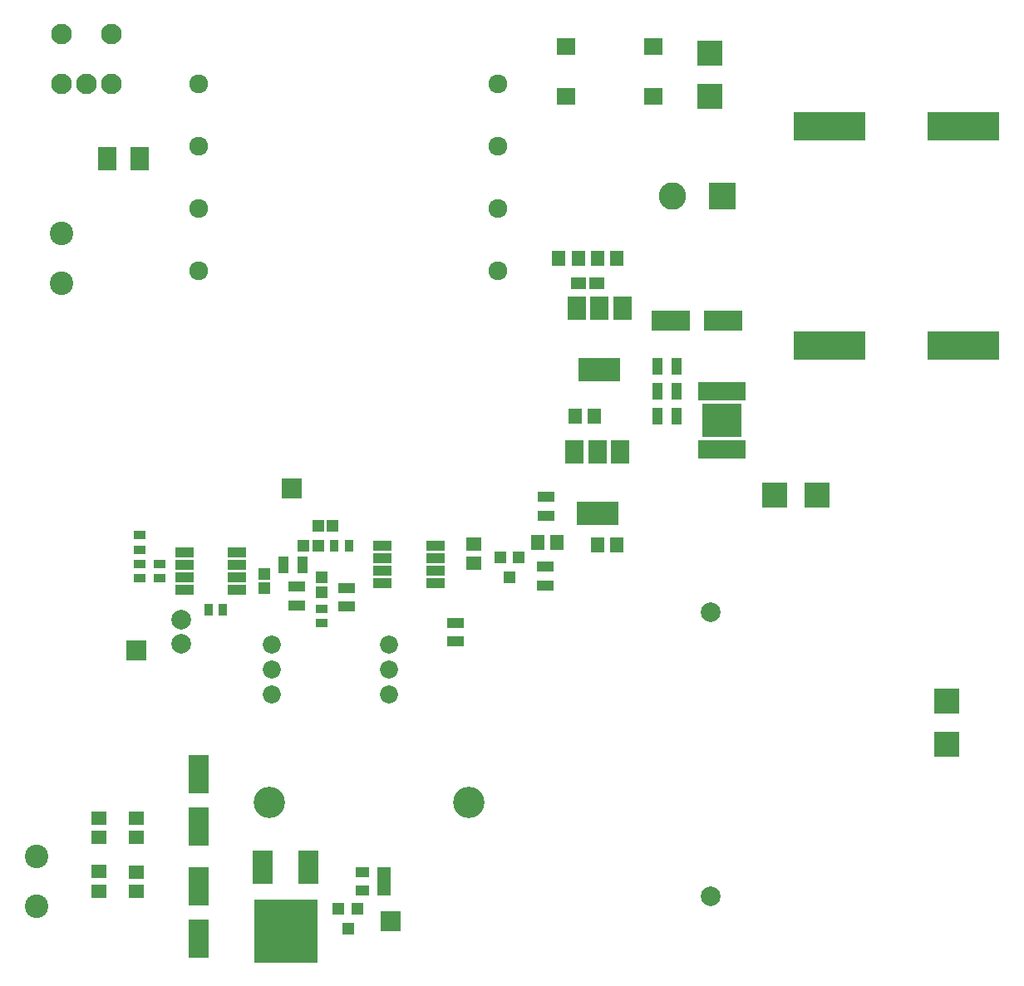
<source format=gts>
G04 #@! TF.FileFunction,Soldermask,Top*
%FSLAX46Y46*%
G04 Gerber Fmt 4.6, Leading zero omitted, Abs format (unit mm)*
G04 Created by KiCad (PCBNEW 4.0.7) date 04/11/19 03:01:07*
%MOMM*%
%LPD*%
G01*
G04 APERTURE LIST*
%ADD10C,0.100000*%
%ADD11C,2.000000*%
%ADD12R,7.400000X2.900000*%
%ADD13R,2.800000X2.800000*%
%ADD14C,2.800000*%
%ADD15R,3.900000X2.000000*%
%ADD16R,1.400000X1.650000*%
%ADD17R,2.000000X3.900000*%
%ADD18R,1.650000X1.400000*%
%ADD19R,1.200000X1.150000*%
%ADD20R,1.150000X1.200000*%
%ADD21R,1.600000X1.150000*%
%ADD22R,2.600000X2.500000*%
%ADD23R,2.000000X3.400000*%
%ADD24C,1.000000*%
%ADD25R,6.400000X6.400000*%
%ADD26R,2.500000X2.600000*%
%ADD27R,1.924000X2.432000*%
%ADD28C,2.400000*%
%ADD29R,1.200000X1.300000*%
%ADD30C,3.200000*%
%ADD31O,3.200000X3.200000*%
%ADD32R,1.700000X1.100000*%
%ADD33R,0.900000X1.300000*%
%ADD34R,1.300000X0.900000*%
%ADD35R,1.100000X1.700000*%
%ADD36C,1.840000*%
%ADD37C,2.100000*%
%ADD38C,1.924000*%
%ADD39R,1.900000X1.700000*%
%ADD40R,4.200000X2.400000*%
%ADD41R,1.900000X2.400000*%
%ADD42R,1.460000X1.050000*%
%ADD43R,1.950000X1.000000*%
%ADD44R,2.200000X1.900000*%
%ADD45R,0.850000X1.850000*%
%ADD46R,2.100000X2.100000*%
G04 APERTURE END LIST*
D10*
D11*
X118237000Y-85598000D03*
X118237000Y-114548000D03*
D12*
X130310000Y-36060000D03*
X144010000Y-36060000D03*
X130310000Y-58420000D03*
X144010000Y-58420000D03*
D13*
X119380000Y-43180000D03*
D14*
X114380000Y-43180000D03*
D15*
X119540000Y-55880000D03*
X114140000Y-55880000D03*
D16*
X104410000Y-65659000D03*
X106410000Y-65659000D03*
X106680000Y-78740000D03*
X108680000Y-78740000D03*
D17*
X66040000Y-113505000D03*
X66040000Y-118905000D03*
X66040000Y-107475000D03*
X66040000Y-102075000D03*
D18*
X59690000Y-112088333D03*
X59690000Y-114088333D03*
X59690000Y-108585000D03*
X59690000Y-106585000D03*
X55880000Y-112030000D03*
X55880000Y-114030000D03*
X55880000Y-108585000D03*
X55880000Y-106585000D03*
D19*
X78232000Y-78867000D03*
X76732000Y-78867000D03*
D20*
X78613000Y-83554000D03*
X78613000Y-82054000D03*
D19*
X79744000Y-76835000D03*
X78244000Y-76835000D03*
D16*
X108696000Y-49530000D03*
X106696000Y-49530000D03*
D21*
X104775000Y-52070000D03*
X106675000Y-52070000D03*
D16*
X104759000Y-49530000D03*
X102759000Y-49530000D03*
X100584000Y-78486000D03*
X102584000Y-78486000D03*
D18*
X94107000Y-78629000D03*
X94107000Y-80629000D03*
D11*
X64262000Y-86360000D03*
X64262000Y-88860000D03*
D20*
X72771000Y-81673000D03*
X72771000Y-83173000D03*
D22*
X118110000Y-33020000D03*
X118110000Y-28620000D03*
D23*
X77230000Y-111610000D03*
D24*
X73660000Y-119380000D03*
X76200000Y-119380000D03*
X76200000Y-116840000D03*
D25*
X74930000Y-118110000D03*
D24*
X73660000Y-116840000D03*
D23*
X72630000Y-111610000D03*
D22*
X142240000Y-94660000D03*
X142240000Y-99060000D03*
D26*
X124714000Y-73660000D03*
X129114000Y-73660000D03*
D27*
X56769000Y-39370000D03*
X60071000Y-39370000D03*
D28*
X52070000Y-46990000D03*
X52070000Y-52070000D03*
D29*
X82230000Y-115840000D03*
X80330000Y-115840000D03*
X81280000Y-117840000D03*
D30*
X73279000Y-105029000D03*
D31*
X93599000Y-105029000D03*
D32*
X81153000Y-83124000D03*
X81153000Y-85024000D03*
X76073000Y-82997000D03*
X76073000Y-84897000D03*
D33*
X79895000Y-78867000D03*
X81395000Y-78867000D03*
D34*
X78613000Y-85229000D03*
X78613000Y-86729000D03*
D32*
X101473000Y-73853000D03*
X101473000Y-75753000D03*
X101346000Y-80965000D03*
X101346000Y-82865000D03*
X92202000Y-88580000D03*
X92202000Y-86680000D03*
D35*
X112842000Y-60579000D03*
X114742000Y-60579000D03*
X74742000Y-80772000D03*
X76642000Y-80772000D03*
D33*
X67068000Y-85344000D03*
X68568000Y-85344000D03*
D34*
X62103000Y-80657000D03*
X62103000Y-82157000D03*
D35*
X112842001Y-63119000D03*
X114742001Y-63119000D03*
X112842001Y-65659000D03*
X114742001Y-65659000D03*
D34*
X60071000Y-77736000D03*
X60071000Y-79236000D03*
X60071000Y-80657000D03*
X60071000Y-82157000D03*
D36*
X85471000Y-88900000D03*
X85471000Y-91440000D03*
X85471000Y-93980000D03*
X73533000Y-88900000D03*
X73533000Y-91440000D03*
X73533000Y-93980000D03*
D37*
X52070000Y-26670000D03*
X57150000Y-26670000D03*
X52070000Y-31750000D03*
X54610000Y-31750000D03*
X57150000Y-31750000D03*
D38*
X66040000Y-31750000D03*
X66040000Y-38100000D03*
X66040000Y-44450000D03*
X66040000Y-50800000D03*
X96520000Y-31750000D03*
X96520000Y-38100000D03*
X96520000Y-44450000D03*
X96520000Y-50800000D03*
D39*
X103500000Y-33030000D03*
X112400000Y-33030000D03*
X112400000Y-27930000D03*
X103500000Y-27930000D03*
D40*
X106920000Y-60910000D03*
D41*
X106920000Y-54610000D03*
X104620000Y-54610000D03*
X109220000Y-54610000D03*
D42*
X84920000Y-113980000D03*
X84920000Y-113030000D03*
X84920000Y-112080000D03*
X82720000Y-112080000D03*
X82720000Y-113980000D03*
D29*
X98674000Y-80026000D03*
X96774000Y-80026000D03*
X97724000Y-82026000D03*
D43*
X90203000Y-82677000D03*
X90203000Y-81407000D03*
X90203000Y-80137000D03*
X90203000Y-78867000D03*
X84803000Y-78867000D03*
X84803000Y-80137000D03*
X84803000Y-81407000D03*
X84803000Y-82677000D03*
D44*
X120280000Y-66790000D03*
X120280000Y-65290000D03*
X118480000Y-65290000D03*
D45*
X117430000Y-68990000D03*
X118080000Y-68990000D03*
X118730000Y-68990000D03*
X119380000Y-68990000D03*
X120030000Y-68990000D03*
X120680000Y-68990000D03*
X121330000Y-68990000D03*
X121330000Y-63090000D03*
X120680000Y-63090000D03*
X120030000Y-63090000D03*
X119380000Y-63090000D03*
X118730000Y-63090000D03*
X118080000Y-63090000D03*
X117430000Y-63090000D03*
D44*
X118480000Y-66790000D03*
D40*
X106680000Y-75540000D03*
D41*
X106680000Y-69240000D03*
X104380000Y-69240000D03*
X108980000Y-69240000D03*
D43*
X70010000Y-83312000D03*
X70010000Y-82042000D03*
X70010000Y-80772000D03*
X70010000Y-79502000D03*
X64610000Y-79502000D03*
X64610000Y-80772000D03*
X64610000Y-82042000D03*
X64610000Y-83312000D03*
D28*
X49530000Y-110490000D03*
X49530000Y-115570000D03*
D46*
X75565000Y-73025000D03*
X59690000Y-89535000D03*
X85598000Y-117094000D03*
M02*

</source>
